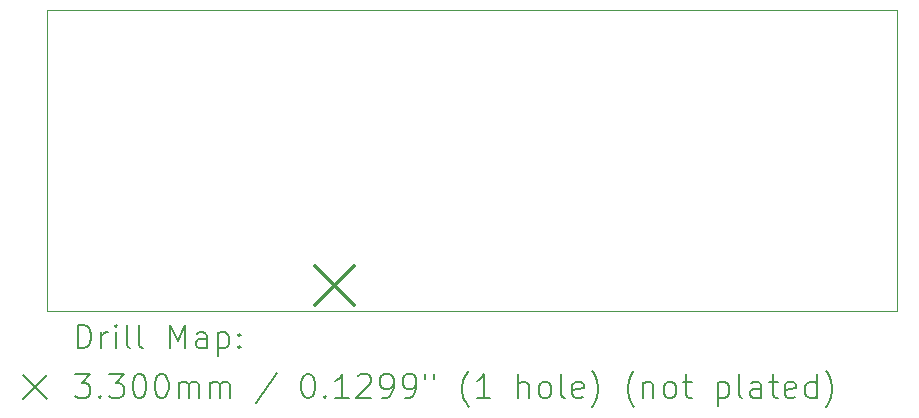
<source format=gbr>
%TF.GenerationSoftware,KiCad,Pcbnew,8.0.5*%
%TF.CreationDate,2024-10-18T11:15:42+01:00*%
%TF.ProjectId,LEXI-R422-Rev 3,4c455849-2d52-4343-9232-2d5265762033,rev?*%
%TF.SameCoordinates,Original*%
%TF.FileFunction,Drillmap*%
%TF.FilePolarity,Positive*%
%FSLAX45Y45*%
G04 Gerber Fmt 4.5, Leading zero omitted, Abs format (unit mm)*
G04 Created by KiCad (PCBNEW 8.0.5) date 2024-10-18 11:15:42*
%MOMM*%
%LPD*%
G01*
G04 APERTURE LIST*
%ADD10C,0.050000*%
%ADD11C,0.200000*%
%ADD12C,0.330000*%
G04 APERTURE END LIST*
D10*
X7500000Y-300000D02*
X300000Y-300000D01*
X300000Y2250000D02*
X300000Y-300000D01*
X7500000Y-300000D02*
X7500000Y2250000D01*
X7500000Y2250000D02*
X300000Y2250000D01*
D11*
D12*
X2568040Y78640D02*
X2898040Y-251360D01*
X2898040Y78640D02*
X2568040Y-251360D01*
D11*
X558277Y-613984D02*
X558277Y-413984D01*
X558277Y-413984D02*
X605896Y-413984D01*
X605896Y-413984D02*
X634467Y-423508D01*
X634467Y-423508D02*
X653515Y-442555D01*
X653515Y-442555D02*
X663039Y-461603D01*
X663039Y-461603D02*
X672563Y-499698D01*
X672563Y-499698D02*
X672563Y-528270D01*
X672563Y-528270D02*
X663039Y-566365D01*
X663039Y-566365D02*
X653515Y-585412D01*
X653515Y-585412D02*
X634467Y-604460D01*
X634467Y-604460D02*
X605896Y-613984D01*
X605896Y-613984D02*
X558277Y-613984D01*
X758277Y-613984D02*
X758277Y-480650D01*
X758277Y-518746D02*
X767801Y-499698D01*
X767801Y-499698D02*
X777324Y-490174D01*
X777324Y-490174D02*
X796372Y-480650D01*
X796372Y-480650D02*
X815420Y-480650D01*
X882086Y-613984D02*
X882086Y-480650D01*
X882086Y-413984D02*
X872562Y-423508D01*
X872562Y-423508D02*
X882086Y-433031D01*
X882086Y-433031D02*
X891610Y-423508D01*
X891610Y-423508D02*
X882086Y-413984D01*
X882086Y-413984D02*
X882086Y-433031D01*
X1005896Y-613984D02*
X986848Y-604460D01*
X986848Y-604460D02*
X977324Y-585412D01*
X977324Y-585412D02*
X977324Y-413984D01*
X1110658Y-613984D02*
X1091610Y-604460D01*
X1091610Y-604460D02*
X1082086Y-585412D01*
X1082086Y-585412D02*
X1082086Y-413984D01*
X1339229Y-613984D02*
X1339229Y-413984D01*
X1339229Y-413984D02*
X1405896Y-556841D01*
X1405896Y-556841D02*
X1472562Y-413984D01*
X1472562Y-413984D02*
X1472562Y-613984D01*
X1653515Y-613984D02*
X1653515Y-509222D01*
X1653515Y-509222D02*
X1643991Y-490174D01*
X1643991Y-490174D02*
X1624943Y-480650D01*
X1624943Y-480650D02*
X1586848Y-480650D01*
X1586848Y-480650D02*
X1567801Y-490174D01*
X1653515Y-604460D02*
X1634467Y-613984D01*
X1634467Y-613984D02*
X1586848Y-613984D01*
X1586848Y-613984D02*
X1567801Y-604460D01*
X1567801Y-604460D02*
X1558277Y-585412D01*
X1558277Y-585412D02*
X1558277Y-566365D01*
X1558277Y-566365D02*
X1567801Y-547317D01*
X1567801Y-547317D02*
X1586848Y-537793D01*
X1586848Y-537793D02*
X1634467Y-537793D01*
X1634467Y-537793D02*
X1653515Y-528270D01*
X1748753Y-480650D02*
X1748753Y-680650D01*
X1748753Y-490174D02*
X1767801Y-480650D01*
X1767801Y-480650D02*
X1805896Y-480650D01*
X1805896Y-480650D02*
X1824943Y-490174D01*
X1824943Y-490174D02*
X1834467Y-499698D01*
X1834467Y-499698D02*
X1843991Y-518746D01*
X1843991Y-518746D02*
X1843991Y-575889D01*
X1843991Y-575889D02*
X1834467Y-594936D01*
X1834467Y-594936D02*
X1824943Y-604460D01*
X1824943Y-604460D02*
X1805896Y-613984D01*
X1805896Y-613984D02*
X1767801Y-613984D01*
X1767801Y-613984D02*
X1748753Y-604460D01*
X1929705Y-594936D02*
X1939229Y-604460D01*
X1939229Y-604460D02*
X1929705Y-613984D01*
X1929705Y-613984D02*
X1920182Y-604460D01*
X1920182Y-604460D02*
X1929705Y-594936D01*
X1929705Y-594936D02*
X1929705Y-613984D01*
X1929705Y-490174D02*
X1939229Y-499698D01*
X1939229Y-499698D02*
X1929705Y-509222D01*
X1929705Y-509222D02*
X1920182Y-499698D01*
X1920182Y-499698D02*
X1929705Y-490174D01*
X1929705Y-490174D02*
X1929705Y-509222D01*
X97500Y-842500D02*
X297500Y-1042500D01*
X297500Y-842500D02*
X97500Y-1042500D01*
X539229Y-833984D02*
X663039Y-833984D01*
X663039Y-833984D02*
X596372Y-910174D01*
X596372Y-910174D02*
X624944Y-910174D01*
X624944Y-910174D02*
X643991Y-919698D01*
X643991Y-919698D02*
X653515Y-929222D01*
X653515Y-929222D02*
X663039Y-948269D01*
X663039Y-948269D02*
X663039Y-995888D01*
X663039Y-995888D02*
X653515Y-1014936D01*
X653515Y-1014936D02*
X643991Y-1024460D01*
X643991Y-1024460D02*
X624944Y-1033984D01*
X624944Y-1033984D02*
X567801Y-1033984D01*
X567801Y-1033984D02*
X548753Y-1024460D01*
X548753Y-1024460D02*
X539229Y-1014936D01*
X748753Y-1014936D02*
X758277Y-1024460D01*
X758277Y-1024460D02*
X748753Y-1033984D01*
X748753Y-1033984D02*
X739229Y-1024460D01*
X739229Y-1024460D02*
X748753Y-1014936D01*
X748753Y-1014936D02*
X748753Y-1033984D01*
X824943Y-833984D02*
X948753Y-833984D01*
X948753Y-833984D02*
X882086Y-910174D01*
X882086Y-910174D02*
X910658Y-910174D01*
X910658Y-910174D02*
X929705Y-919698D01*
X929705Y-919698D02*
X939229Y-929222D01*
X939229Y-929222D02*
X948753Y-948269D01*
X948753Y-948269D02*
X948753Y-995888D01*
X948753Y-995888D02*
X939229Y-1014936D01*
X939229Y-1014936D02*
X929705Y-1024460D01*
X929705Y-1024460D02*
X910658Y-1033984D01*
X910658Y-1033984D02*
X853515Y-1033984D01*
X853515Y-1033984D02*
X834467Y-1024460D01*
X834467Y-1024460D02*
X824943Y-1014936D01*
X1072563Y-833984D02*
X1091610Y-833984D01*
X1091610Y-833984D02*
X1110658Y-843508D01*
X1110658Y-843508D02*
X1120182Y-853031D01*
X1120182Y-853031D02*
X1129705Y-872079D01*
X1129705Y-872079D02*
X1139229Y-910174D01*
X1139229Y-910174D02*
X1139229Y-957793D01*
X1139229Y-957793D02*
X1129705Y-995888D01*
X1129705Y-995888D02*
X1120182Y-1014936D01*
X1120182Y-1014936D02*
X1110658Y-1024460D01*
X1110658Y-1024460D02*
X1091610Y-1033984D01*
X1091610Y-1033984D02*
X1072563Y-1033984D01*
X1072563Y-1033984D02*
X1053515Y-1024460D01*
X1053515Y-1024460D02*
X1043991Y-1014936D01*
X1043991Y-1014936D02*
X1034467Y-995888D01*
X1034467Y-995888D02*
X1024943Y-957793D01*
X1024943Y-957793D02*
X1024943Y-910174D01*
X1024943Y-910174D02*
X1034467Y-872079D01*
X1034467Y-872079D02*
X1043991Y-853031D01*
X1043991Y-853031D02*
X1053515Y-843508D01*
X1053515Y-843508D02*
X1072563Y-833984D01*
X1263039Y-833984D02*
X1282086Y-833984D01*
X1282086Y-833984D02*
X1301134Y-843508D01*
X1301134Y-843508D02*
X1310658Y-853031D01*
X1310658Y-853031D02*
X1320182Y-872079D01*
X1320182Y-872079D02*
X1329705Y-910174D01*
X1329705Y-910174D02*
X1329705Y-957793D01*
X1329705Y-957793D02*
X1320182Y-995888D01*
X1320182Y-995888D02*
X1310658Y-1014936D01*
X1310658Y-1014936D02*
X1301134Y-1024460D01*
X1301134Y-1024460D02*
X1282086Y-1033984D01*
X1282086Y-1033984D02*
X1263039Y-1033984D01*
X1263039Y-1033984D02*
X1243991Y-1024460D01*
X1243991Y-1024460D02*
X1234467Y-1014936D01*
X1234467Y-1014936D02*
X1224944Y-995888D01*
X1224944Y-995888D02*
X1215420Y-957793D01*
X1215420Y-957793D02*
X1215420Y-910174D01*
X1215420Y-910174D02*
X1224944Y-872079D01*
X1224944Y-872079D02*
X1234467Y-853031D01*
X1234467Y-853031D02*
X1243991Y-843508D01*
X1243991Y-843508D02*
X1263039Y-833984D01*
X1415420Y-1033984D02*
X1415420Y-900650D01*
X1415420Y-919698D02*
X1424943Y-910174D01*
X1424943Y-910174D02*
X1443991Y-900650D01*
X1443991Y-900650D02*
X1472563Y-900650D01*
X1472563Y-900650D02*
X1491610Y-910174D01*
X1491610Y-910174D02*
X1501134Y-929222D01*
X1501134Y-929222D02*
X1501134Y-1033984D01*
X1501134Y-929222D02*
X1510658Y-910174D01*
X1510658Y-910174D02*
X1529705Y-900650D01*
X1529705Y-900650D02*
X1558277Y-900650D01*
X1558277Y-900650D02*
X1577324Y-910174D01*
X1577324Y-910174D02*
X1586848Y-929222D01*
X1586848Y-929222D02*
X1586848Y-1033984D01*
X1682086Y-1033984D02*
X1682086Y-900650D01*
X1682086Y-919698D02*
X1691610Y-910174D01*
X1691610Y-910174D02*
X1710658Y-900650D01*
X1710658Y-900650D02*
X1739229Y-900650D01*
X1739229Y-900650D02*
X1758277Y-910174D01*
X1758277Y-910174D02*
X1767801Y-929222D01*
X1767801Y-929222D02*
X1767801Y-1033984D01*
X1767801Y-929222D02*
X1777324Y-910174D01*
X1777324Y-910174D02*
X1796372Y-900650D01*
X1796372Y-900650D02*
X1824943Y-900650D01*
X1824943Y-900650D02*
X1843991Y-910174D01*
X1843991Y-910174D02*
X1853515Y-929222D01*
X1853515Y-929222D02*
X1853515Y-1033984D01*
X2243991Y-824460D02*
X2072563Y-1081603D01*
X2501134Y-833984D02*
X2520182Y-833984D01*
X2520182Y-833984D02*
X2539229Y-843508D01*
X2539229Y-843508D02*
X2548753Y-853031D01*
X2548753Y-853031D02*
X2558277Y-872079D01*
X2558277Y-872079D02*
X2567801Y-910174D01*
X2567801Y-910174D02*
X2567801Y-957793D01*
X2567801Y-957793D02*
X2558277Y-995888D01*
X2558277Y-995888D02*
X2548753Y-1014936D01*
X2548753Y-1014936D02*
X2539229Y-1024460D01*
X2539229Y-1024460D02*
X2520182Y-1033984D01*
X2520182Y-1033984D02*
X2501134Y-1033984D01*
X2501134Y-1033984D02*
X2482087Y-1024460D01*
X2482087Y-1024460D02*
X2472563Y-1014936D01*
X2472563Y-1014936D02*
X2463039Y-995888D01*
X2463039Y-995888D02*
X2453515Y-957793D01*
X2453515Y-957793D02*
X2453515Y-910174D01*
X2453515Y-910174D02*
X2463039Y-872079D01*
X2463039Y-872079D02*
X2472563Y-853031D01*
X2472563Y-853031D02*
X2482087Y-843508D01*
X2482087Y-843508D02*
X2501134Y-833984D01*
X2653515Y-1014936D02*
X2663039Y-1024460D01*
X2663039Y-1024460D02*
X2653515Y-1033984D01*
X2653515Y-1033984D02*
X2643991Y-1024460D01*
X2643991Y-1024460D02*
X2653515Y-1014936D01*
X2653515Y-1014936D02*
X2653515Y-1033984D01*
X2853515Y-1033984D02*
X2739229Y-1033984D01*
X2796372Y-1033984D02*
X2796372Y-833984D01*
X2796372Y-833984D02*
X2777325Y-862555D01*
X2777325Y-862555D02*
X2758277Y-881603D01*
X2758277Y-881603D02*
X2739229Y-891127D01*
X2929706Y-853031D02*
X2939229Y-843508D01*
X2939229Y-843508D02*
X2958277Y-833984D01*
X2958277Y-833984D02*
X3005896Y-833984D01*
X3005896Y-833984D02*
X3024944Y-843508D01*
X3024944Y-843508D02*
X3034467Y-853031D01*
X3034467Y-853031D02*
X3043991Y-872079D01*
X3043991Y-872079D02*
X3043991Y-891127D01*
X3043991Y-891127D02*
X3034467Y-919698D01*
X3034467Y-919698D02*
X2920182Y-1033984D01*
X2920182Y-1033984D02*
X3043991Y-1033984D01*
X3139229Y-1033984D02*
X3177325Y-1033984D01*
X3177325Y-1033984D02*
X3196372Y-1024460D01*
X3196372Y-1024460D02*
X3205896Y-1014936D01*
X3205896Y-1014936D02*
X3224944Y-986365D01*
X3224944Y-986365D02*
X3234467Y-948269D01*
X3234467Y-948269D02*
X3234467Y-872079D01*
X3234467Y-872079D02*
X3224944Y-853031D01*
X3224944Y-853031D02*
X3215420Y-843508D01*
X3215420Y-843508D02*
X3196372Y-833984D01*
X3196372Y-833984D02*
X3158277Y-833984D01*
X3158277Y-833984D02*
X3139229Y-843508D01*
X3139229Y-843508D02*
X3129706Y-853031D01*
X3129706Y-853031D02*
X3120182Y-872079D01*
X3120182Y-872079D02*
X3120182Y-919698D01*
X3120182Y-919698D02*
X3129706Y-938746D01*
X3129706Y-938746D02*
X3139229Y-948269D01*
X3139229Y-948269D02*
X3158277Y-957793D01*
X3158277Y-957793D02*
X3196372Y-957793D01*
X3196372Y-957793D02*
X3215420Y-948269D01*
X3215420Y-948269D02*
X3224944Y-938746D01*
X3224944Y-938746D02*
X3234467Y-919698D01*
X3329706Y-1033984D02*
X3367801Y-1033984D01*
X3367801Y-1033984D02*
X3386848Y-1024460D01*
X3386848Y-1024460D02*
X3396372Y-1014936D01*
X3396372Y-1014936D02*
X3415420Y-986365D01*
X3415420Y-986365D02*
X3424944Y-948269D01*
X3424944Y-948269D02*
X3424944Y-872079D01*
X3424944Y-872079D02*
X3415420Y-853031D01*
X3415420Y-853031D02*
X3405896Y-843508D01*
X3405896Y-843508D02*
X3386848Y-833984D01*
X3386848Y-833984D02*
X3348753Y-833984D01*
X3348753Y-833984D02*
X3329706Y-843508D01*
X3329706Y-843508D02*
X3320182Y-853031D01*
X3320182Y-853031D02*
X3310658Y-872079D01*
X3310658Y-872079D02*
X3310658Y-919698D01*
X3310658Y-919698D02*
X3320182Y-938746D01*
X3320182Y-938746D02*
X3329706Y-948269D01*
X3329706Y-948269D02*
X3348753Y-957793D01*
X3348753Y-957793D02*
X3386848Y-957793D01*
X3386848Y-957793D02*
X3405896Y-948269D01*
X3405896Y-948269D02*
X3415420Y-938746D01*
X3415420Y-938746D02*
X3424944Y-919698D01*
X3501134Y-833984D02*
X3501134Y-872079D01*
X3577325Y-833984D02*
X3577325Y-872079D01*
X3872563Y-1110174D02*
X3863039Y-1100650D01*
X3863039Y-1100650D02*
X3843991Y-1072079D01*
X3843991Y-1072079D02*
X3834468Y-1053031D01*
X3834468Y-1053031D02*
X3824944Y-1024460D01*
X3824944Y-1024460D02*
X3815420Y-976841D01*
X3815420Y-976841D02*
X3815420Y-938746D01*
X3815420Y-938746D02*
X3824944Y-891127D01*
X3824944Y-891127D02*
X3834468Y-862555D01*
X3834468Y-862555D02*
X3843991Y-843508D01*
X3843991Y-843508D02*
X3863039Y-814936D01*
X3863039Y-814936D02*
X3872563Y-805412D01*
X4053515Y-1033984D02*
X3939229Y-1033984D01*
X3996372Y-1033984D02*
X3996372Y-833984D01*
X3996372Y-833984D02*
X3977325Y-862555D01*
X3977325Y-862555D02*
X3958277Y-881603D01*
X3958277Y-881603D02*
X3939229Y-891127D01*
X4291611Y-1033984D02*
X4291611Y-833984D01*
X4377325Y-1033984D02*
X4377325Y-929222D01*
X4377325Y-929222D02*
X4367801Y-910174D01*
X4367801Y-910174D02*
X4348753Y-900650D01*
X4348753Y-900650D02*
X4320182Y-900650D01*
X4320182Y-900650D02*
X4301134Y-910174D01*
X4301134Y-910174D02*
X4291611Y-919698D01*
X4501134Y-1033984D02*
X4482087Y-1024460D01*
X4482087Y-1024460D02*
X4472563Y-1014936D01*
X4472563Y-1014936D02*
X4463039Y-995888D01*
X4463039Y-995888D02*
X4463039Y-938746D01*
X4463039Y-938746D02*
X4472563Y-919698D01*
X4472563Y-919698D02*
X4482087Y-910174D01*
X4482087Y-910174D02*
X4501134Y-900650D01*
X4501134Y-900650D02*
X4529706Y-900650D01*
X4529706Y-900650D02*
X4548753Y-910174D01*
X4548753Y-910174D02*
X4558277Y-919698D01*
X4558277Y-919698D02*
X4567801Y-938746D01*
X4567801Y-938746D02*
X4567801Y-995888D01*
X4567801Y-995888D02*
X4558277Y-1014936D01*
X4558277Y-1014936D02*
X4548753Y-1024460D01*
X4548753Y-1024460D02*
X4529706Y-1033984D01*
X4529706Y-1033984D02*
X4501134Y-1033984D01*
X4682087Y-1033984D02*
X4663039Y-1024460D01*
X4663039Y-1024460D02*
X4653515Y-1005412D01*
X4653515Y-1005412D02*
X4653515Y-833984D01*
X4834468Y-1024460D02*
X4815420Y-1033984D01*
X4815420Y-1033984D02*
X4777325Y-1033984D01*
X4777325Y-1033984D02*
X4758277Y-1024460D01*
X4758277Y-1024460D02*
X4748753Y-1005412D01*
X4748753Y-1005412D02*
X4748753Y-929222D01*
X4748753Y-929222D02*
X4758277Y-910174D01*
X4758277Y-910174D02*
X4777325Y-900650D01*
X4777325Y-900650D02*
X4815420Y-900650D01*
X4815420Y-900650D02*
X4834468Y-910174D01*
X4834468Y-910174D02*
X4843992Y-929222D01*
X4843992Y-929222D02*
X4843992Y-948269D01*
X4843992Y-948269D02*
X4748753Y-967317D01*
X4910658Y-1110174D02*
X4920182Y-1100650D01*
X4920182Y-1100650D02*
X4939230Y-1072079D01*
X4939230Y-1072079D02*
X4948753Y-1053031D01*
X4948753Y-1053031D02*
X4958277Y-1024460D01*
X4958277Y-1024460D02*
X4967801Y-976841D01*
X4967801Y-976841D02*
X4967801Y-938746D01*
X4967801Y-938746D02*
X4958277Y-891127D01*
X4958277Y-891127D02*
X4948753Y-862555D01*
X4948753Y-862555D02*
X4939230Y-843508D01*
X4939230Y-843508D02*
X4920182Y-814936D01*
X4920182Y-814936D02*
X4910658Y-805412D01*
X5272563Y-1110174D02*
X5263039Y-1100650D01*
X5263039Y-1100650D02*
X5243992Y-1072079D01*
X5243992Y-1072079D02*
X5234468Y-1053031D01*
X5234468Y-1053031D02*
X5224944Y-1024460D01*
X5224944Y-1024460D02*
X5215420Y-976841D01*
X5215420Y-976841D02*
X5215420Y-938746D01*
X5215420Y-938746D02*
X5224944Y-891127D01*
X5224944Y-891127D02*
X5234468Y-862555D01*
X5234468Y-862555D02*
X5243992Y-843508D01*
X5243992Y-843508D02*
X5263039Y-814936D01*
X5263039Y-814936D02*
X5272563Y-805412D01*
X5348753Y-900650D02*
X5348753Y-1033984D01*
X5348753Y-919698D02*
X5358277Y-910174D01*
X5358277Y-910174D02*
X5377325Y-900650D01*
X5377325Y-900650D02*
X5405896Y-900650D01*
X5405896Y-900650D02*
X5424944Y-910174D01*
X5424944Y-910174D02*
X5434468Y-929222D01*
X5434468Y-929222D02*
X5434468Y-1033984D01*
X5558277Y-1033984D02*
X5539230Y-1024460D01*
X5539230Y-1024460D02*
X5529706Y-1014936D01*
X5529706Y-1014936D02*
X5520182Y-995888D01*
X5520182Y-995888D02*
X5520182Y-938746D01*
X5520182Y-938746D02*
X5529706Y-919698D01*
X5529706Y-919698D02*
X5539230Y-910174D01*
X5539230Y-910174D02*
X5558277Y-900650D01*
X5558277Y-900650D02*
X5586849Y-900650D01*
X5586849Y-900650D02*
X5605896Y-910174D01*
X5605896Y-910174D02*
X5615420Y-919698D01*
X5615420Y-919698D02*
X5624944Y-938746D01*
X5624944Y-938746D02*
X5624944Y-995888D01*
X5624944Y-995888D02*
X5615420Y-1014936D01*
X5615420Y-1014936D02*
X5605896Y-1024460D01*
X5605896Y-1024460D02*
X5586849Y-1033984D01*
X5586849Y-1033984D02*
X5558277Y-1033984D01*
X5682087Y-900650D02*
X5758277Y-900650D01*
X5710658Y-833984D02*
X5710658Y-1005412D01*
X5710658Y-1005412D02*
X5720182Y-1024460D01*
X5720182Y-1024460D02*
X5739230Y-1033984D01*
X5739230Y-1033984D02*
X5758277Y-1033984D01*
X5977325Y-900650D02*
X5977325Y-1100650D01*
X5977325Y-910174D02*
X5996372Y-900650D01*
X5996372Y-900650D02*
X6034468Y-900650D01*
X6034468Y-900650D02*
X6053515Y-910174D01*
X6053515Y-910174D02*
X6063039Y-919698D01*
X6063039Y-919698D02*
X6072563Y-938746D01*
X6072563Y-938746D02*
X6072563Y-995888D01*
X6072563Y-995888D02*
X6063039Y-1014936D01*
X6063039Y-1014936D02*
X6053515Y-1024460D01*
X6053515Y-1024460D02*
X6034468Y-1033984D01*
X6034468Y-1033984D02*
X5996372Y-1033984D01*
X5996372Y-1033984D02*
X5977325Y-1024460D01*
X6186849Y-1033984D02*
X6167801Y-1024460D01*
X6167801Y-1024460D02*
X6158277Y-1005412D01*
X6158277Y-1005412D02*
X6158277Y-833984D01*
X6348753Y-1033984D02*
X6348753Y-929222D01*
X6348753Y-929222D02*
X6339230Y-910174D01*
X6339230Y-910174D02*
X6320182Y-900650D01*
X6320182Y-900650D02*
X6282087Y-900650D01*
X6282087Y-900650D02*
X6263039Y-910174D01*
X6348753Y-1024460D02*
X6329706Y-1033984D01*
X6329706Y-1033984D02*
X6282087Y-1033984D01*
X6282087Y-1033984D02*
X6263039Y-1024460D01*
X6263039Y-1024460D02*
X6253515Y-1005412D01*
X6253515Y-1005412D02*
X6253515Y-986365D01*
X6253515Y-986365D02*
X6263039Y-967317D01*
X6263039Y-967317D02*
X6282087Y-957793D01*
X6282087Y-957793D02*
X6329706Y-957793D01*
X6329706Y-957793D02*
X6348753Y-948269D01*
X6415420Y-900650D02*
X6491611Y-900650D01*
X6443992Y-833984D02*
X6443992Y-1005412D01*
X6443992Y-1005412D02*
X6453515Y-1024460D01*
X6453515Y-1024460D02*
X6472563Y-1033984D01*
X6472563Y-1033984D02*
X6491611Y-1033984D01*
X6634468Y-1024460D02*
X6615420Y-1033984D01*
X6615420Y-1033984D02*
X6577325Y-1033984D01*
X6577325Y-1033984D02*
X6558277Y-1024460D01*
X6558277Y-1024460D02*
X6548753Y-1005412D01*
X6548753Y-1005412D02*
X6548753Y-929222D01*
X6548753Y-929222D02*
X6558277Y-910174D01*
X6558277Y-910174D02*
X6577325Y-900650D01*
X6577325Y-900650D02*
X6615420Y-900650D01*
X6615420Y-900650D02*
X6634468Y-910174D01*
X6634468Y-910174D02*
X6643992Y-929222D01*
X6643992Y-929222D02*
X6643992Y-948269D01*
X6643992Y-948269D02*
X6548753Y-967317D01*
X6815420Y-1033984D02*
X6815420Y-833984D01*
X6815420Y-1024460D02*
X6796373Y-1033984D01*
X6796373Y-1033984D02*
X6758277Y-1033984D01*
X6758277Y-1033984D02*
X6739230Y-1024460D01*
X6739230Y-1024460D02*
X6729706Y-1014936D01*
X6729706Y-1014936D02*
X6720182Y-995888D01*
X6720182Y-995888D02*
X6720182Y-938746D01*
X6720182Y-938746D02*
X6729706Y-919698D01*
X6729706Y-919698D02*
X6739230Y-910174D01*
X6739230Y-910174D02*
X6758277Y-900650D01*
X6758277Y-900650D02*
X6796373Y-900650D01*
X6796373Y-900650D02*
X6815420Y-910174D01*
X6891611Y-1110174D02*
X6901134Y-1100650D01*
X6901134Y-1100650D02*
X6920182Y-1072079D01*
X6920182Y-1072079D02*
X6929706Y-1053031D01*
X6929706Y-1053031D02*
X6939230Y-1024460D01*
X6939230Y-1024460D02*
X6948753Y-976841D01*
X6948753Y-976841D02*
X6948753Y-938746D01*
X6948753Y-938746D02*
X6939230Y-891127D01*
X6939230Y-891127D02*
X6929706Y-862555D01*
X6929706Y-862555D02*
X6920182Y-843508D01*
X6920182Y-843508D02*
X6901134Y-814936D01*
X6901134Y-814936D02*
X6891611Y-805412D01*
M02*

</source>
